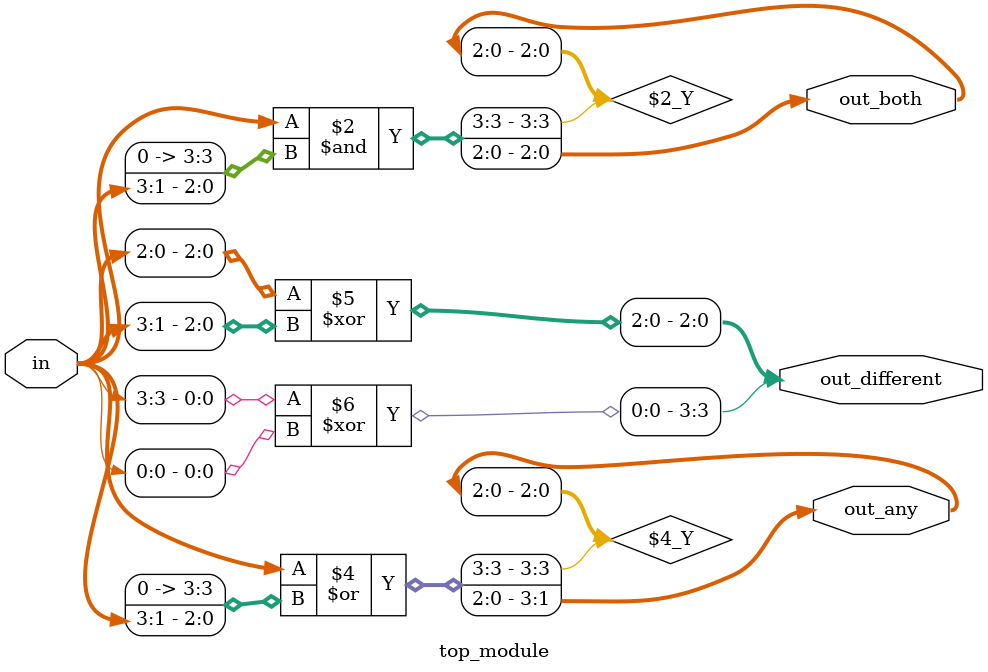
<source format=v>
module top_module( 
    input [3:0] in,
    output [2:0] out_both,
    output [3:1] out_any,
    output [3:0] out_different );
    
    assign out_both = in & (in>>1);
    assign out_any  = in | (in>>1);
    assign out_different[2:0] = in[2:0] ^ in[3:1];
    assign out_different[3] = in[3] ^ in[0];
    

endmodule

</source>
